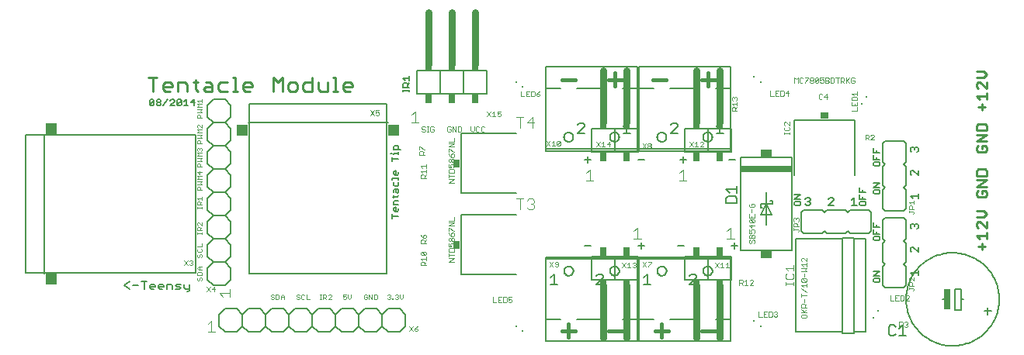
<source format=gto>
G75*
%MOIN*%
%OFA0B0*%
%FSLAX24Y24*%
%IPPOS*%
%LPD*%
%AMOC8*
5,1,8,0,0,1.08239X$1,22.5*
%
%ADD10C,0.0090*%
%ADD11C,0.0050*%
%ADD12C,0.0020*%
%ADD13C,0.0070*%
%ADD14C,0.0110*%
%ADD15C,0.0040*%
%ADD16C,0.0150*%
%ADD17C,0.0080*%
%ADD18C,0.0060*%
%ADD19R,0.0250X0.0900*%
%ADD20R,0.2200X0.0300*%
%ADD21R,0.0500X0.0350*%
%ADD22C,0.0098*%
%ADD23R,0.0079X0.0079*%
%ADD24R,0.0300X0.0340*%
%ADD25R,0.0450X0.0502*%
%ADD26R,0.0450X0.0492*%
%ADD27R,0.0502X0.0450*%
%ADD28R,0.0492X0.0450*%
%ADD29C,0.0300*%
%ADD30R,0.0300X0.0200*%
%ADD31R,0.0300X0.0400*%
%ADD32R,0.0340X0.0300*%
D10*
X041067Y004565D02*
X041340Y004565D01*
X041204Y004428D02*
X041204Y004702D01*
X041135Y004889D02*
X040998Y005026D01*
X041409Y005026D01*
X041409Y005162D02*
X041409Y004889D01*
X041409Y005349D02*
X041135Y005623D01*
X041067Y005623D01*
X040998Y005554D01*
X040998Y005418D01*
X041067Y005349D01*
X041409Y005349D02*
X041409Y005623D01*
X041272Y005810D02*
X041409Y005946D01*
X041272Y006083D01*
X040998Y006083D01*
X040998Y005810D02*
X041272Y005810D01*
X041340Y006678D02*
X041067Y006678D01*
X040998Y006747D01*
X040998Y006884D01*
X041067Y006952D01*
X041204Y006952D02*
X041204Y006815D01*
X041204Y006952D02*
X041340Y006952D01*
X041409Y006884D01*
X041409Y006747D01*
X041340Y006678D01*
X041409Y007139D02*
X040998Y007139D01*
X041409Y007412D01*
X040998Y007412D01*
X040998Y007599D02*
X040998Y007804D01*
X041067Y007873D01*
X041340Y007873D01*
X041409Y007804D01*
X041409Y007599D01*
X040998Y007599D01*
X041067Y008628D02*
X041340Y008628D01*
X041409Y008697D01*
X041409Y008834D01*
X041340Y008902D01*
X041204Y008902D01*
X041204Y008765D01*
X041067Y008628D02*
X040998Y008697D01*
X040998Y008834D01*
X041067Y008902D01*
X040998Y009089D02*
X041409Y009362D01*
X040998Y009362D01*
X040998Y009089D02*
X041409Y009089D01*
X041409Y009549D02*
X040998Y009549D01*
X040998Y009754D01*
X041067Y009823D01*
X041340Y009823D01*
X041409Y009754D01*
X041409Y009549D01*
X041204Y010428D02*
X041204Y010702D01*
X041067Y010565D02*
X041340Y010565D01*
X041409Y010889D02*
X041409Y011162D01*
X041409Y011026D02*
X040998Y011026D01*
X041135Y010889D01*
X041067Y011349D02*
X040998Y011418D01*
X040998Y011554D01*
X041067Y011623D01*
X041135Y011623D01*
X041409Y011349D01*
X041409Y011623D01*
X041272Y011810D02*
X041409Y011946D01*
X041272Y012083D01*
X040998Y012083D01*
X040998Y011810D02*
X041272Y011810D01*
D11*
X038422Y008835D02*
X038365Y008835D01*
X038309Y008778D01*
X038309Y008722D01*
X038309Y008778D02*
X038252Y008835D01*
X038195Y008835D01*
X038138Y008778D01*
X038138Y008665D01*
X038195Y008608D01*
X038422Y008608D02*
X038479Y008665D01*
X038479Y008778D01*
X038422Y008835D01*
X036829Y008598D02*
X036559Y008598D01*
X036559Y008778D01*
X036694Y008688D02*
X036694Y008598D01*
X036559Y008483D02*
X036559Y008303D01*
X036829Y008303D01*
X036784Y008188D02*
X036604Y008188D01*
X036559Y008143D01*
X036559Y008053D01*
X036604Y008008D01*
X036784Y008008D01*
X036829Y008053D01*
X036829Y008143D01*
X036784Y008188D01*
X036694Y008303D02*
X036694Y008393D01*
X038138Y007778D02*
X038138Y007665D01*
X038195Y007608D01*
X038138Y007778D02*
X038195Y007835D01*
X038252Y007835D01*
X038479Y007608D01*
X038479Y007835D01*
X036829Y007283D02*
X036559Y007283D01*
X036559Y007103D02*
X036829Y007283D01*
X036829Y007103D02*
X036559Y007103D01*
X036604Y006988D02*
X036559Y006943D01*
X036559Y006853D01*
X036604Y006808D01*
X036784Y006808D01*
X036829Y006853D01*
X036829Y006943D01*
X036784Y006988D01*
X036604Y006988D01*
X036229Y006898D02*
X035959Y006898D01*
X035959Y007078D01*
X036094Y006988D02*
X036094Y006898D01*
X035959Y006783D02*
X035959Y006603D01*
X036229Y006603D01*
X036184Y006488D02*
X036004Y006488D01*
X035959Y006443D01*
X035959Y006353D01*
X036004Y006308D01*
X036184Y006308D01*
X036229Y006353D01*
X036229Y006443D01*
X036184Y006488D01*
X036094Y006603D02*
X036094Y006693D01*
X035733Y006659D02*
X035620Y006545D01*
X035733Y006659D02*
X035733Y006318D01*
X035620Y006318D02*
X035847Y006318D01*
X034847Y006318D02*
X034620Y006318D01*
X034847Y006545D01*
X034847Y006602D01*
X034790Y006659D01*
X034676Y006659D01*
X034620Y006602D01*
X033847Y006602D02*
X033847Y006545D01*
X033790Y006488D01*
X033847Y006432D01*
X033847Y006375D01*
X033790Y006318D01*
X033676Y006318D01*
X033620Y006375D01*
X033733Y006488D02*
X033790Y006488D01*
X033847Y006602D02*
X033790Y006659D01*
X033676Y006659D01*
X033620Y006602D01*
X033429Y006603D02*
X033159Y006603D01*
X033429Y006783D01*
X033159Y006783D01*
X033204Y006488D02*
X033159Y006443D01*
X033159Y006353D01*
X033204Y006308D01*
X033384Y006308D01*
X033429Y006353D01*
X033429Y006443D01*
X033384Y006488D01*
X033204Y006488D01*
X030679Y006408D02*
X030679Y006634D01*
X030604Y006709D01*
X030303Y006709D01*
X030228Y006634D01*
X030228Y006408D01*
X030679Y006408D01*
X030679Y006869D02*
X030679Y007169D01*
X030679Y007019D02*
X030228Y007019D01*
X030379Y006869D01*
X035204Y004933D02*
X035704Y004933D01*
X035704Y004883D01*
X036204Y004883D01*
X036204Y000883D01*
X035704Y000883D01*
X035704Y004883D01*
X035204Y004883D02*
X035204Y004933D01*
X035204Y004883D02*
X033204Y004883D01*
X033204Y000883D01*
X035204Y000883D01*
X035204Y000833D01*
X035704Y000833D01*
X035704Y000883D01*
X035204Y000883D02*
X035204Y004883D01*
X036559Y004853D02*
X036604Y004808D01*
X036784Y004808D01*
X036829Y004853D01*
X036829Y004943D01*
X036784Y004988D01*
X036604Y004988D01*
X036559Y004943D01*
X036559Y004853D01*
X036559Y005103D02*
X036559Y005283D01*
X036559Y005398D02*
X036559Y005578D01*
X036694Y005488D02*
X036694Y005398D01*
X036829Y005398D02*
X036559Y005398D01*
X036694Y005193D02*
X036694Y005103D01*
X036829Y005103D02*
X036559Y005103D01*
X038138Y005365D02*
X038195Y005308D01*
X038138Y005365D02*
X038138Y005478D01*
X038195Y005535D01*
X038252Y005535D01*
X038309Y005478D01*
X038365Y005535D01*
X038422Y005535D01*
X038479Y005478D01*
X038479Y005365D01*
X038422Y005308D01*
X038309Y005422D02*
X038309Y005478D01*
X038252Y004535D02*
X038195Y004535D01*
X038138Y004478D01*
X038138Y004365D01*
X038195Y004308D01*
X038252Y004535D02*
X038479Y004308D01*
X038479Y004535D01*
X038479Y003535D02*
X038479Y003308D01*
X038479Y003422D02*
X038138Y003422D01*
X038252Y003308D01*
X036829Y003303D02*
X036559Y003303D01*
X036829Y003483D01*
X036559Y003483D01*
X036604Y003188D02*
X036559Y003143D01*
X036559Y003053D01*
X036604Y003008D01*
X036784Y003008D01*
X036829Y003053D01*
X036829Y003143D01*
X036784Y003188D01*
X036604Y003188D01*
X037283Y001179D02*
X037208Y001104D01*
X037208Y000803D01*
X037283Y000728D01*
X037433Y000728D01*
X037508Y000803D01*
X037668Y000728D02*
X037969Y000728D01*
X037819Y000728D02*
X037819Y001179D01*
X037668Y001029D01*
X037508Y001104D02*
X037433Y001179D01*
X037283Y001179D01*
X028945Y002908D02*
X028645Y002908D01*
X028945Y003209D01*
X028945Y003284D01*
X028870Y003359D01*
X028720Y003359D01*
X028645Y003284D01*
X026995Y002908D02*
X026695Y002908D01*
X026845Y002908D02*
X026845Y003359D01*
X026695Y003209D01*
X024945Y003209D02*
X024945Y003284D01*
X024870Y003359D01*
X024720Y003359D01*
X024645Y003284D01*
X024945Y003209D02*
X024645Y002908D01*
X024945Y002908D01*
X022995Y002908D02*
X022695Y002908D01*
X022845Y002908D02*
X022845Y003359D01*
X022695Y003209D01*
X015879Y005767D02*
X015879Y005947D01*
X015879Y005857D02*
X016149Y005857D01*
X016104Y006062D02*
X016014Y006062D01*
X015969Y006107D01*
X015969Y006197D01*
X016014Y006242D01*
X016059Y006242D01*
X016059Y006062D01*
X016104Y006062D02*
X016149Y006107D01*
X016149Y006197D01*
X016149Y006356D02*
X015969Y006356D01*
X015969Y006492D01*
X016014Y006537D01*
X016149Y006537D01*
X016104Y006696D02*
X015924Y006696D01*
X015969Y006651D02*
X015969Y006741D01*
X016104Y006696D02*
X016149Y006741D01*
X016104Y006848D02*
X016059Y006893D01*
X016059Y007028D01*
X016014Y007028D02*
X016149Y007028D01*
X016149Y006893D01*
X016104Y006848D01*
X015969Y006893D02*
X015969Y006983D01*
X016014Y007028D01*
X016014Y007142D02*
X016104Y007142D01*
X016149Y007187D01*
X016149Y007322D01*
X016149Y007437D02*
X016149Y007527D01*
X016149Y007482D02*
X015879Y007482D01*
X015879Y007437D01*
X015969Y007322D02*
X015969Y007187D01*
X016014Y007142D01*
X016014Y007633D02*
X015969Y007678D01*
X015969Y007768D01*
X016014Y007813D01*
X016059Y007813D01*
X016059Y007633D01*
X016104Y007633D02*
X016014Y007633D01*
X016104Y007633D02*
X016149Y007678D01*
X016149Y007768D01*
X015879Y008223D02*
X015879Y008403D01*
X015879Y008313D02*
X016149Y008313D01*
X016149Y008517D02*
X016149Y008607D01*
X016149Y008562D02*
X015969Y008562D01*
X015969Y008517D01*
X015879Y008562D02*
X015834Y008562D01*
X015969Y008714D02*
X015969Y008849D01*
X016014Y008894D01*
X016104Y008894D01*
X016149Y008849D01*
X016149Y008714D01*
X016239Y008714D02*
X015969Y008714D01*
X015704Y009883D02*
X009704Y009883D01*
X007382Y010608D02*
X007382Y010879D01*
X007247Y010743D01*
X007427Y010743D01*
X007132Y010608D02*
X006952Y010608D01*
X007042Y010608D02*
X007042Y010879D01*
X006952Y010788D01*
X006838Y010834D02*
X006657Y010653D01*
X006702Y010608D01*
X006793Y010608D01*
X006838Y010653D01*
X006838Y010834D01*
X006793Y010879D01*
X006702Y010879D01*
X006657Y010834D01*
X006657Y010653D01*
X006543Y010608D02*
X006363Y010608D01*
X006543Y010788D01*
X006543Y010834D01*
X006498Y010879D01*
X006408Y010879D01*
X006363Y010834D01*
X006248Y010879D02*
X006068Y010608D01*
X005954Y010653D02*
X005909Y010608D01*
X005818Y010608D01*
X005773Y010653D01*
X005773Y010698D01*
X005818Y010743D01*
X005909Y010743D01*
X005954Y010698D01*
X005954Y010653D01*
X005909Y010743D02*
X005954Y010788D01*
X005954Y010834D01*
X005909Y010879D01*
X005818Y010879D01*
X005773Y010834D01*
X005773Y010788D01*
X005818Y010743D01*
X005659Y010653D02*
X005659Y010834D01*
X005479Y010653D01*
X005524Y010608D01*
X005614Y010608D01*
X005659Y010653D01*
X005479Y010653D02*
X005479Y010834D01*
X005524Y010879D01*
X005614Y010879D01*
X005659Y010834D01*
X000954Y009383D02*
X000954Y003383D01*
X016359Y011208D02*
X016359Y011298D01*
X016359Y011253D02*
X016629Y011253D01*
X016629Y011208D02*
X016629Y011298D01*
X016629Y011405D02*
X016359Y011405D01*
X016359Y011540D01*
X016404Y011585D01*
X016494Y011585D01*
X016539Y011540D01*
X016539Y011405D01*
X016539Y011495D02*
X016629Y011585D01*
X016629Y011699D02*
X016629Y011880D01*
X016629Y011789D02*
X016359Y011789D01*
X016449Y011699D01*
X023853Y009784D02*
X023928Y009859D01*
X024078Y009859D01*
X024153Y009784D01*
X024153Y009709D01*
X023853Y009408D01*
X024153Y009408D01*
X025803Y009408D02*
X026103Y009408D01*
X025953Y009408D02*
X025953Y009859D01*
X025803Y009709D01*
X027853Y009784D02*
X027928Y009859D01*
X028078Y009859D01*
X028153Y009784D01*
X028153Y009709D01*
X027853Y009408D01*
X028153Y009408D01*
X029803Y009408D02*
X030103Y009408D01*
X029953Y009408D02*
X029953Y009859D01*
X029803Y009709D01*
X038138Y006722D02*
X038479Y006722D01*
X038479Y006835D02*
X038479Y006608D01*
X038252Y006608D02*
X038138Y006722D01*
D12*
X038294Y006532D02*
X038294Y006385D01*
X038294Y006459D02*
X038074Y006459D01*
X038147Y006385D01*
X038184Y006311D02*
X038220Y006274D01*
X038220Y006164D01*
X038294Y006164D02*
X038074Y006164D01*
X038074Y006274D01*
X038110Y006311D01*
X038184Y006311D01*
X038074Y006090D02*
X038074Y006017D01*
X038074Y006053D02*
X038257Y006053D01*
X038294Y006017D01*
X038294Y005980D01*
X038257Y005943D01*
X033344Y005745D02*
X033344Y005672D01*
X033307Y005635D01*
X033234Y005709D02*
X033234Y005745D01*
X033270Y005782D01*
X033307Y005782D01*
X033344Y005745D01*
X033234Y005745D02*
X033197Y005782D01*
X033160Y005782D01*
X033124Y005745D01*
X033124Y005672D01*
X033160Y005635D01*
X033160Y005561D02*
X033234Y005561D01*
X033270Y005524D01*
X033270Y005414D01*
X033344Y005414D02*
X033124Y005414D01*
X033124Y005524D01*
X033160Y005561D01*
X033124Y005340D02*
X033124Y005267D01*
X033124Y005303D02*
X033307Y005303D01*
X033344Y005267D01*
X033344Y005230D01*
X033307Y005193D01*
X031444Y005172D02*
X031407Y005135D01*
X031444Y005172D02*
X031444Y005245D01*
X031407Y005282D01*
X031334Y005282D01*
X031297Y005245D01*
X031297Y005209D01*
X031334Y005135D01*
X031224Y005135D01*
X031224Y005282D01*
X031334Y005356D02*
X031334Y005503D01*
X031407Y005577D02*
X031260Y005724D01*
X031407Y005724D01*
X031444Y005687D01*
X031444Y005614D01*
X031407Y005577D01*
X031260Y005577D01*
X031224Y005614D01*
X031224Y005687D01*
X031260Y005724D01*
X031224Y005798D02*
X031444Y005798D01*
X031444Y005945D01*
X031334Y005872D02*
X031334Y005798D01*
X031224Y005798D02*
X031224Y005945D01*
X031334Y006019D02*
X031334Y006166D01*
X031407Y006240D02*
X031444Y006277D01*
X031444Y006350D01*
X031407Y006387D01*
X031334Y006387D01*
X031334Y006314D01*
X031260Y006387D02*
X031224Y006350D01*
X031224Y006277D01*
X031260Y006240D01*
X031407Y006240D01*
X031444Y005466D02*
X031224Y005466D01*
X031334Y005356D01*
X031370Y005061D02*
X031407Y005061D01*
X031444Y005024D01*
X031444Y004914D01*
X031224Y004914D01*
X031224Y005024D01*
X031260Y005061D01*
X031297Y005061D01*
X031334Y005024D01*
X031334Y004914D01*
X031370Y004840D02*
X031407Y004840D01*
X031444Y004803D01*
X031444Y004730D01*
X031407Y004693D01*
X031334Y004730D02*
X031334Y004803D01*
X031370Y004840D01*
X031260Y004840D02*
X031224Y004803D01*
X031224Y004730D01*
X031260Y004693D01*
X031297Y004693D01*
X031334Y004730D01*
X031334Y005024D02*
X031370Y005061D01*
X033464Y004032D02*
X033464Y003959D01*
X033500Y003922D01*
X033464Y004032D02*
X033500Y004069D01*
X033537Y004069D01*
X033684Y003922D01*
X033684Y004069D01*
X033684Y003848D02*
X033684Y003701D01*
X033684Y003775D02*
X033464Y003775D01*
X033537Y003701D01*
X033464Y003627D02*
X033684Y003627D01*
X033610Y003554D01*
X033684Y003480D01*
X033464Y003480D01*
X033574Y003406D02*
X033574Y003259D01*
X033647Y003185D02*
X033684Y003148D01*
X033684Y003075D01*
X033647Y003038D01*
X033500Y003185D01*
X033647Y003185D01*
X033647Y003038D02*
X033500Y003038D01*
X033464Y003075D01*
X033464Y003148D01*
X033500Y003185D01*
X033684Y002964D02*
X033684Y002817D01*
X033684Y002891D02*
X033464Y002891D01*
X033537Y002817D01*
X033464Y002743D02*
X033684Y002596D01*
X033684Y002449D02*
X033464Y002449D01*
X033464Y002522D02*
X033464Y002375D01*
X033574Y002301D02*
X033574Y002154D01*
X033574Y002080D02*
X033610Y002044D01*
X033610Y001933D01*
X033684Y001933D02*
X033464Y001933D01*
X033464Y002044D01*
X033500Y002080D01*
X033574Y002080D01*
X033610Y002007D02*
X033684Y002080D01*
X033684Y001859D02*
X033574Y001749D01*
X033610Y001712D02*
X033464Y001859D01*
X033464Y001712D02*
X033684Y001712D01*
X033647Y001638D02*
X033500Y001638D01*
X033464Y001602D01*
X033464Y001528D01*
X033500Y001491D01*
X033647Y001491D01*
X033684Y001528D01*
X033684Y001602D01*
X033647Y001638D01*
X032433Y001610D02*
X032433Y001574D01*
X032396Y001537D01*
X032323Y001537D01*
X032286Y001574D01*
X032212Y001574D02*
X032212Y001721D01*
X032175Y001757D01*
X032065Y001757D01*
X032065Y001537D01*
X032175Y001537D01*
X032212Y001574D01*
X032286Y001721D02*
X032323Y001757D01*
X032396Y001757D01*
X032433Y001721D01*
X032433Y001684D01*
X032396Y001647D01*
X032433Y001610D01*
X032396Y001647D02*
X032360Y001647D01*
X031991Y001537D02*
X031844Y001537D01*
X031844Y001757D01*
X031991Y001757D01*
X031918Y001647D02*
X031844Y001647D01*
X031770Y001537D02*
X031623Y001537D01*
X031623Y001757D01*
X031390Y002903D02*
X031243Y002903D01*
X031390Y003050D01*
X031390Y003087D01*
X031353Y003124D01*
X031279Y003124D01*
X031243Y003087D01*
X031095Y003124D02*
X031095Y002903D01*
X031022Y002903D02*
X031169Y002903D01*
X031022Y003050D02*
X031095Y003124D01*
X030948Y003087D02*
X030948Y003013D01*
X030911Y002977D01*
X030801Y002977D01*
X030874Y002977D02*
X030948Y002903D01*
X030801Y002903D02*
X030801Y003124D01*
X030911Y003124D01*
X030948Y003087D01*
X030353Y003643D02*
X030206Y003643D01*
X030279Y003643D02*
X030279Y003864D01*
X030206Y003790D01*
X030132Y003643D02*
X029985Y003643D01*
X030058Y003643D02*
X030058Y003864D01*
X029985Y003790D01*
X029911Y003864D02*
X029764Y003643D01*
X029911Y003643D02*
X029764Y003864D01*
X027017Y003857D02*
X026871Y003710D01*
X026871Y003673D01*
X026796Y003673D02*
X026650Y003894D01*
X026796Y003894D02*
X026650Y003673D01*
X026353Y003680D02*
X026316Y003643D01*
X026242Y003643D01*
X026206Y003680D01*
X026132Y003643D02*
X025985Y003643D01*
X026058Y003643D02*
X026058Y003864D01*
X025985Y003790D01*
X025911Y003864D02*
X025764Y003643D01*
X025911Y003643D02*
X025764Y003864D01*
X026206Y003827D02*
X026242Y003864D01*
X026316Y003864D01*
X026353Y003827D01*
X026353Y003790D01*
X026316Y003753D01*
X026353Y003717D01*
X026353Y003680D01*
X026316Y003753D02*
X026279Y003753D01*
X026871Y003894D02*
X027017Y003894D01*
X027017Y003857D01*
X023017Y003857D02*
X023017Y003710D01*
X022981Y003673D01*
X022907Y003673D01*
X022871Y003710D01*
X022907Y003783D02*
X023017Y003783D01*
X023017Y003857D02*
X022981Y003894D01*
X022907Y003894D01*
X022871Y003857D01*
X022871Y003820D01*
X022907Y003783D01*
X022796Y003673D02*
X022650Y003894D01*
X022796Y003894D02*
X022650Y003673D01*
X021030Y002380D02*
X020883Y002380D01*
X020883Y002270D01*
X020957Y002306D01*
X020993Y002306D01*
X021030Y002270D01*
X021030Y002196D01*
X020993Y002160D01*
X020920Y002160D01*
X020883Y002196D01*
X020809Y002196D02*
X020809Y002343D01*
X020772Y002380D01*
X020662Y002380D01*
X020662Y002160D01*
X020772Y002160D01*
X020809Y002196D01*
X020588Y002160D02*
X020441Y002160D01*
X020441Y002380D01*
X020588Y002380D01*
X020515Y002270D02*
X020441Y002270D01*
X020367Y002160D02*
X020220Y002160D01*
X020220Y002380D01*
X017002Y001134D02*
X016928Y001097D01*
X016855Y001023D01*
X016965Y001023D01*
X017002Y000987D01*
X017002Y000950D01*
X016965Y000913D01*
X016891Y000913D01*
X016855Y000950D01*
X016855Y001023D01*
X016781Y000913D02*
X016634Y001134D01*
X016781Y001134D02*
X016634Y000913D01*
X017124Y003743D02*
X017124Y003853D01*
X017160Y003890D01*
X017234Y003890D01*
X017270Y003853D01*
X017270Y003743D01*
X017270Y003817D02*
X017344Y003890D01*
X017344Y003964D02*
X017344Y004111D01*
X017344Y004038D02*
X017124Y004038D01*
X017197Y003964D01*
X017124Y003743D02*
X017344Y003743D01*
X018324Y003893D02*
X018544Y004040D01*
X018324Y004040D01*
X018324Y004114D02*
X018324Y004261D01*
X018324Y004188D02*
X018544Y004188D01*
X018544Y004335D02*
X018544Y004445D01*
X018507Y004482D01*
X018360Y004482D01*
X018324Y004445D01*
X018324Y004335D01*
X018544Y004335D01*
X018507Y004556D02*
X018544Y004593D01*
X018544Y004666D01*
X018507Y004703D01*
X018434Y004703D01*
X018397Y004666D01*
X018397Y004630D01*
X018434Y004556D01*
X018324Y004556D01*
X018324Y004703D01*
X018360Y004777D02*
X018397Y004777D01*
X018434Y004814D01*
X018434Y004887D01*
X018470Y004924D01*
X018507Y004924D01*
X018544Y004887D01*
X018544Y004814D01*
X018507Y004777D01*
X018470Y004777D01*
X018434Y004814D01*
X018434Y004887D02*
X018397Y004924D01*
X018360Y004924D01*
X018324Y004887D01*
X018324Y004814D01*
X018360Y004777D01*
X018434Y004998D02*
X018434Y005108D01*
X018470Y005145D01*
X018507Y005145D01*
X018544Y005108D01*
X018544Y005035D01*
X018507Y004998D01*
X018434Y004998D01*
X018360Y005072D01*
X018324Y005145D01*
X018324Y005219D02*
X018324Y005366D01*
X018360Y005366D01*
X018507Y005219D01*
X018544Y005219D01*
X018544Y005440D02*
X018324Y005440D01*
X018544Y005587D01*
X018324Y005587D01*
X018324Y005661D02*
X018544Y005661D01*
X018544Y005808D01*
X017344Y005024D02*
X017307Y005061D01*
X017270Y005061D01*
X017234Y005024D01*
X017234Y004914D01*
X017307Y004914D01*
X017344Y004951D01*
X017344Y005024D01*
X017234Y004914D02*
X017160Y004988D01*
X017124Y005061D01*
X017160Y004840D02*
X017234Y004840D01*
X017270Y004803D01*
X017270Y004693D01*
X017270Y004767D02*
X017344Y004840D01*
X017344Y004693D02*
X017124Y004693D01*
X017124Y004803D01*
X017160Y004840D01*
X017160Y004332D02*
X017307Y004185D01*
X017344Y004222D01*
X017344Y004295D01*
X017307Y004332D01*
X017160Y004332D01*
X017124Y004295D01*
X017124Y004222D01*
X017160Y004185D01*
X017307Y004185D01*
X018324Y003893D02*
X018544Y003893D01*
X018544Y007293D02*
X018324Y007293D01*
X018544Y007440D01*
X018324Y007440D01*
X018324Y007514D02*
X018324Y007661D01*
X018324Y007588D02*
X018544Y007588D01*
X018544Y007735D02*
X018544Y007845D01*
X018507Y007882D01*
X018360Y007882D01*
X018324Y007845D01*
X018324Y007735D01*
X018544Y007735D01*
X018507Y007956D02*
X018544Y007993D01*
X018544Y008066D01*
X018507Y008103D01*
X018434Y008103D01*
X018397Y008066D01*
X018397Y008030D01*
X018434Y007956D01*
X018324Y007956D01*
X018324Y008103D01*
X018360Y008177D02*
X018397Y008177D01*
X018434Y008214D01*
X018434Y008287D01*
X018470Y008324D01*
X018507Y008324D01*
X018544Y008287D01*
X018544Y008214D01*
X018507Y008177D01*
X018470Y008177D01*
X018434Y008214D01*
X018434Y008287D02*
X018397Y008324D01*
X018360Y008324D01*
X018324Y008287D01*
X018324Y008214D01*
X018360Y008177D01*
X018434Y008398D02*
X018434Y008508D01*
X018470Y008545D01*
X018507Y008545D01*
X018544Y008508D01*
X018544Y008435D01*
X018507Y008398D01*
X018434Y008398D01*
X018360Y008472D01*
X018324Y008545D01*
X018324Y008619D02*
X018324Y008766D01*
X018360Y008766D01*
X018507Y008619D01*
X018544Y008619D01*
X018544Y008840D02*
X018324Y008840D01*
X018544Y008987D01*
X018324Y008987D01*
X018324Y009061D02*
X018544Y009061D01*
X018544Y009208D01*
X018485Y009493D02*
X018485Y009714D01*
X018632Y009493D01*
X018632Y009714D01*
X018632Y009493D01*
X018485Y009714D01*
X018485Y009493D01*
X018411Y009530D02*
X018374Y009493D01*
X018300Y009493D01*
X018264Y009530D01*
X018264Y009677D01*
X018300Y009714D01*
X018374Y009714D01*
X018411Y009677D01*
X018374Y009714D01*
X018300Y009714D01*
X018264Y009677D01*
X018264Y009530D01*
X018300Y009493D01*
X018374Y009493D01*
X018411Y009530D01*
X018411Y009603D01*
X018337Y009603D01*
X018411Y009603D01*
X018411Y009530D01*
X018706Y009493D02*
X018816Y009493D01*
X018853Y009530D01*
X018853Y009677D01*
X018816Y009714D01*
X018706Y009714D01*
X018706Y009493D01*
X018816Y009493D01*
X018853Y009530D01*
X018853Y009677D01*
X018816Y009714D01*
X018706Y009714D01*
X018706Y009493D01*
X019264Y009567D02*
X019337Y009493D01*
X019411Y009567D01*
X019411Y009714D01*
X019485Y009677D02*
X019485Y009530D01*
X019521Y009493D01*
X019595Y009493D01*
X019632Y009530D01*
X019706Y009530D02*
X019742Y009493D01*
X019816Y009493D01*
X019853Y009530D01*
X019853Y009677D02*
X019816Y009714D01*
X019742Y009714D01*
X019706Y009677D01*
X019706Y009530D01*
X019632Y009677D02*
X019595Y009714D01*
X019521Y009714D01*
X019485Y009677D01*
X019264Y009714D02*
X019264Y009567D01*
X019964Y010143D02*
X020111Y010364D01*
X020185Y010290D02*
X020258Y010364D01*
X020258Y010143D01*
X020185Y010143D02*
X020332Y010143D01*
X020406Y010180D02*
X020442Y010143D01*
X020516Y010143D01*
X020553Y010180D01*
X020553Y010253D01*
X020516Y010290D01*
X020479Y010290D01*
X020406Y010253D01*
X020406Y010364D01*
X020553Y010364D01*
X020111Y010143D02*
X019964Y010364D01*
X021420Y011010D02*
X021567Y011010D01*
X021641Y011010D02*
X021788Y011010D01*
X021862Y011010D02*
X021972Y011010D01*
X022009Y011046D01*
X022009Y011193D01*
X021972Y011230D01*
X021862Y011230D01*
X021862Y011010D01*
X021715Y011120D02*
X021641Y011120D01*
X021641Y011230D02*
X021641Y011010D01*
X021420Y011010D02*
X021420Y011230D01*
X021641Y011230D02*
X021788Y011230D01*
X022083Y011120D02*
X022193Y011120D01*
X022230Y011083D01*
X022230Y011046D01*
X022193Y011010D01*
X022120Y011010D01*
X022083Y011046D01*
X022083Y011120D01*
X022157Y011193D01*
X022230Y011230D01*
X017679Y009677D02*
X017642Y009714D01*
X017569Y009714D01*
X017532Y009677D01*
X017532Y009530D01*
X017569Y009493D01*
X017642Y009493D01*
X017679Y009530D01*
X017679Y009603D01*
X017605Y009603D01*
X017458Y009493D02*
X017385Y009493D01*
X017421Y009493D02*
X017421Y009714D01*
X017385Y009714D02*
X017458Y009714D01*
X017311Y009677D02*
X017274Y009714D01*
X017200Y009714D01*
X017164Y009677D01*
X017164Y009640D01*
X017200Y009603D01*
X017274Y009603D01*
X017311Y009567D01*
X017311Y009530D01*
X017274Y009493D01*
X017200Y009493D01*
X017164Y009530D01*
X015332Y010230D02*
X015295Y010193D01*
X015221Y010193D01*
X015185Y010230D01*
X015185Y010303D02*
X015258Y010340D01*
X015295Y010340D01*
X015332Y010303D01*
X015332Y010230D01*
X015185Y010303D02*
X015185Y010414D01*
X015332Y010414D01*
X015111Y010414D02*
X014964Y010193D01*
X015111Y010193D02*
X014964Y010414D01*
X017064Y008869D02*
X017100Y008869D01*
X017247Y008722D01*
X017284Y008722D01*
X017284Y008648D02*
X017210Y008575D01*
X017210Y008611D02*
X017210Y008501D01*
X017284Y008501D02*
X017064Y008501D01*
X017064Y008611D01*
X017100Y008648D01*
X017174Y008648D01*
X017210Y008611D01*
X017064Y008722D02*
X017064Y008869D01*
X017344Y008082D02*
X017344Y007935D01*
X017344Y008009D02*
X017124Y008009D01*
X017197Y007935D01*
X017344Y007861D02*
X017344Y007714D01*
X017344Y007788D02*
X017124Y007788D01*
X017197Y007714D01*
X017234Y007640D02*
X017270Y007603D01*
X017270Y007493D01*
X017270Y007567D02*
X017344Y007640D01*
X017234Y007640D02*
X017160Y007640D01*
X017124Y007603D01*
X017124Y007493D01*
X017344Y007493D01*
X022515Y008873D02*
X022662Y009094D01*
X022736Y009020D02*
X022809Y009094D01*
X022809Y008873D01*
X022736Y008873D02*
X022883Y008873D01*
X022957Y008910D02*
X023104Y009057D01*
X023104Y008910D01*
X023067Y008873D01*
X022994Y008873D01*
X022957Y008910D01*
X022957Y009057D01*
X022994Y009094D01*
X023067Y009094D01*
X023104Y009057D01*
X022662Y008873D02*
X022515Y009094D01*
X024664Y009064D02*
X024811Y008843D01*
X024885Y008843D02*
X025032Y008843D01*
X024958Y008843D02*
X024958Y009064D01*
X024885Y008990D01*
X024811Y009064D02*
X024664Y008843D01*
X025106Y008953D02*
X025253Y008953D01*
X025216Y008843D02*
X025216Y009064D01*
X025106Y008953D01*
X026636Y008994D02*
X026783Y008773D01*
X026857Y008810D02*
X026894Y008773D01*
X026967Y008773D01*
X027004Y008810D01*
X027004Y008847D01*
X026967Y008883D01*
X026894Y008883D01*
X026857Y008920D01*
X026857Y008957D01*
X026894Y008994D01*
X026967Y008994D01*
X027004Y008957D01*
X027004Y008920D01*
X026967Y008883D01*
X026894Y008883D02*
X026857Y008847D01*
X026857Y008810D01*
X026783Y008994D02*
X026636Y008773D01*
X028664Y008843D02*
X028811Y009064D01*
X028885Y008990D02*
X028958Y009064D01*
X028958Y008843D01*
X028885Y008843D02*
X029032Y008843D01*
X029106Y008843D02*
X029253Y008990D01*
X029253Y009027D01*
X029216Y009064D01*
X029142Y009064D01*
X029106Y009027D01*
X029106Y008843D02*
X029253Y008843D01*
X028811Y008843D02*
X028664Y009064D01*
X030474Y010393D02*
X030474Y010503D01*
X030510Y010540D01*
X030584Y010540D01*
X030620Y010503D01*
X030620Y010393D01*
X030620Y010467D02*
X030694Y010540D01*
X030694Y010614D02*
X030694Y010761D01*
X030694Y010688D02*
X030474Y010688D01*
X030547Y010614D01*
X030510Y010835D02*
X030474Y010872D01*
X030474Y010945D01*
X030510Y010982D01*
X030547Y010982D01*
X030584Y010945D01*
X030620Y010982D01*
X030657Y010982D01*
X030694Y010945D01*
X030694Y010872D01*
X030657Y010835D01*
X030584Y010909D02*
X030584Y010945D01*
X030694Y010393D02*
X030474Y010393D01*
X032123Y011037D02*
X032270Y011037D01*
X032344Y011037D02*
X032491Y011037D01*
X032565Y011037D02*
X032675Y011037D01*
X032712Y011074D01*
X032712Y011221D01*
X032675Y011257D01*
X032565Y011257D01*
X032565Y011037D01*
X032418Y011147D02*
X032344Y011147D01*
X032344Y011257D02*
X032344Y011037D01*
X032344Y011257D02*
X032491Y011257D01*
X032786Y011147D02*
X032933Y011147D01*
X032896Y011037D02*
X032896Y011257D01*
X032786Y011147D01*
X032123Y011257D02*
X032123Y011037D01*
X033164Y011593D02*
X033164Y011814D01*
X033237Y011740D01*
X033311Y011814D01*
X033311Y011593D01*
X033385Y011630D02*
X033421Y011593D01*
X033495Y011593D01*
X033532Y011630D01*
X033606Y011630D02*
X033606Y011593D01*
X033606Y011630D02*
X033753Y011777D01*
X033753Y011814D01*
X033606Y011814D01*
X033532Y011777D02*
X033495Y011814D01*
X033421Y011814D01*
X033385Y011777D01*
X033385Y011630D01*
X033827Y011630D02*
X033863Y011593D01*
X033937Y011593D01*
X033974Y011630D01*
X033974Y011667D01*
X033937Y011703D01*
X033863Y011703D01*
X033827Y011740D01*
X033827Y011777D01*
X033863Y011814D01*
X033937Y011814D01*
X033974Y011777D01*
X033974Y011740D01*
X033937Y011703D01*
X033863Y011703D02*
X033827Y011667D01*
X033827Y011630D01*
X034048Y011630D02*
X034195Y011777D01*
X034195Y011630D01*
X034158Y011593D01*
X034084Y011593D01*
X034048Y011630D01*
X034048Y011777D01*
X034084Y011814D01*
X034158Y011814D01*
X034195Y011777D01*
X034269Y011814D02*
X034269Y011703D01*
X034342Y011740D01*
X034379Y011740D01*
X034416Y011703D01*
X034416Y011630D01*
X034379Y011593D01*
X034305Y011593D01*
X034269Y011630D01*
X034269Y011814D02*
X034416Y011814D01*
X034490Y011814D02*
X034600Y011814D01*
X034636Y011777D01*
X034636Y011740D01*
X034600Y011703D01*
X034490Y011703D01*
X034490Y011593D02*
X034600Y011593D01*
X034636Y011630D01*
X034636Y011667D01*
X034600Y011703D01*
X034490Y011593D02*
X034490Y011814D01*
X034711Y011814D02*
X034821Y011814D01*
X034857Y011777D01*
X034857Y011630D01*
X034821Y011593D01*
X034711Y011593D01*
X034711Y011814D01*
X034932Y011814D02*
X035078Y011814D01*
X035005Y011814D02*
X035005Y011593D01*
X035153Y011593D02*
X035153Y011814D01*
X035263Y011814D01*
X035299Y011777D01*
X035299Y011703D01*
X035263Y011667D01*
X035153Y011667D01*
X035226Y011667D02*
X035299Y011593D01*
X035374Y011593D02*
X035374Y011814D01*
X035410Y011703D02*
X035520Y011593D01*
X035595Y011630D02*
X035631Y011593D01*
X035705Y011593D01*
X035741Y011630D01*
X035741Y011703D01*
X035668Y011703D01*
X035595Y011777D02*
X035595Y011630D01*
X035595Y011777D02*
X035631Y011814D01*
X035705Y011814D01*
X035741Y011777D01*
X035520Y011814D02*
X035374Y011667D01*
X035850Y011213D02*
X035850Y011066D01*
X035850Y011139D02*
X035630Y011139D01*
X035703Y011066D01*
X035667Y010992D02*
X035630Y010955D01*
X035630Y010845D01*
X035850Y010845D01*
X035850Y010955D01*
X035813Y010992D01*
X035667Y010992D01*
X035630Y010771D02*
X035630Y010624D01*
X035850Y010624D01*
X035850Y010771D01*
X035740Y010697D02*
X035740Y010624D01*
X035850Y010550D02*
X035850Y010403D01*
X035630Y010403D01*
X034545Y010893D02*
X034545Y011114D01*
X034435Y011003D01*
X034582Y011003D01*
X034361Y010930D02*
X034324Y010893D01*
X034250Y010893D01*
X034214Y010930D01*
X034214Y011077D01*
X034250Y011114D01*
X034324Y011114D01*
X034361Y011077D01*
X032944Y009908D02*
X032944Y009762D01*
X032797Y009908D01*
X032760Y009908D01*
X032724Y009872D01*
X032724Y009798D01*
X032760Y009762D01*
X032760Y009687D02*
X032724Y009651D01*
X032724Y009577D01*
X032760Y009541D01*
X032907Y009541D01*
X032944Y009577D01*
X032944Y009651D01*
X032907Y009687D01*
X032944Y009467D02*
X032944Y009393D01*
X032944Y009430D02*
X032724Y009430D01*
X032724Y009393D02*
X032724Y009467D01*
X036214Y009364D02*
X036214Y009143D01*
X036214Y009217D02*
X036324Y009217D01*
X036361Y009253D01*
X036361Y009327D01*
X036324Y009364D01*
X036214Y009364D01*
X036287Y009217D02*
X036361Y009143D01*
X036435Y009143D02*
X036582Y009290D01*
X036582Y009327D01*
X036545Y009364D01*
X036471Y009364D01*
X036435Y009327D01*
X036435Y009143D02*
X036582Y009143D01*
X038110Y003232D02*
X038074Y003195D01*
X038074Y003122D01*
X038110Y003085D01*
X038110Y003011D02*
X038184Y003011D01*
X038220Y002974D01*
X038220Y002864D01*
X038294Y002864D02*
X038074Y002864D01*
X038074Y002974D01*
X038110Y003011D01*
X038294Y003085D02*
X038147Y003232D01*
X038110Y003232D01*
X038294Y003232D02*
X038294Y003085D01*
X038257Y002753D02*
X038074Y002753D01*
X038074Y002717D02*
X038074Y002790D01*
X038257Y002753D02*
X038294Y002717D01*
X038294Y002680D01*
X038257Y002643D01*
X038046Y002457D02*
X037973Y002457D01*
X037936Y002421D01*
X037862Y002421D02*
X037825Y002457D01*
X037715Y002457D01*
X037715Y002237D01*
X037825Y002237D01*
X037862Y002274D01*
X037862Y002421D01*
X038046Y002457D02*
X038083Y002421D01*
X038083Y002384D01*
X037936Y002237D01*
X038083Y002237D01*
X037641Y002237D02*
X037494Y002237D01*
X037494Y002457D01*
X037641Y002457D01*
X037568Y002347D02*
X037494Y002347D01*
X037420Y002237D02*
X037273Y002237D01*
X037273Y002457D01*
X037664Y001314D02*
X037774Y001314D01*
X037811Y001277D01*
X037811Y001203D01*
X037774Y001167D01*
X037664Y001167D01*
X037737Y001167D02*
X037811Y001093D01*
X037885Y001130D02*
X037921Y001093D01*
X037995Y001093D01*
X038032Y001130D01*
X038032Y001167D01*
X037995Y001203D01*
X037958Y001203D01*
X037995Y001203D02*
X038032Y001240D01*
X038032Y001277D01*
X037995Y001314D01*
X037921Y001314D01*
X037885Y001277D01*
X037664Y001314D02*
X037664Y001093D01*
X008302Y002723D02*
X008155Y002723D01*
X008265Y002834D01*
X008265Y002613D01*
X008081Y002613D02*
X007934Y002834D01*
X008081Y002834D02*
X007934Y002613D01*
X007295Y003743D02*
X007221Y003743D01*
X007185Y003780D01*
X007111Y003743D02*
X006964Y003964D01*
X007111Y003964D02*
X006964Y003743D01*
X007185Y003927D02*
X007221Y003964D01*
X007295Y003964D01*
X007332Y003927D01*
X007332Y003890D01*
X007295Y003853D01*
X007332Y003817D01*
X007332Y003780D01*
X007295Y003743D01*
X007295Y003853D02*
X007258Y003853D01*
D13*
X007132Y002608D02*
X007077Y002608D01*
X007132Y002608D02*
X007187Y002663D01*
X007187Y002939D01*
X006967Y002939D02*
X006967Y002773D01*
X007022Y002718D01*
X007187Y002718D01*
X006819Y002773D02*
X006764Y002828D01*
X006654Y002828D01*
X006599Y002883D01*
X006654Y002939D01*
X006819Y002939D01*
X006819Y002773D02*
X006764Y002718D01*
X006599Y002718D01*
X006451Y002718D02*
X006451Y002883D01*
X006395Y002939D01*
X006230Y002939D01*
X006230Y002718D01*
X006082Y002828D02*
X005862Y002828D01*
X005862Y002773D02*
X005862Y002883D01*
X005917Y002939D01*
X006027Y002939D01*
X006082Y002883D01*
X006082Y002828D01*
X006027Y002718D02*
X005917Y002718D01*
X005862Y002773D01*
X005714Y002828D02*
X005494Y002828D01*
X005494Y002773D02*
X005494Y002883D01*
X005549Y002939D01*
X005659Y002939D01*
X005714Y002883D01*
X005714Y002828D01*
X005659Y002718D02*
X005549Y002718D01*
X005494Y002773D01*
X005236Y002718D02*
X005236Y003049D01*
X005346Y003049D02*
X005125Y003049D01*
X004977Y002883D02*
X004757Y002883D01*
X004609Y002718D02*
X004389Y002883D01*
X004609Y003049D01*
D14*
X005606Y011238D02*
X005606Y011829D01*
X005802Y011829D02*
X005409Y011829D01*
X006053Y011534D02*
X006152Y011632D01*
X006349Y011632D01*
X006447Y011534D01*
X006447Y011435D01*
X006053Y011435D01*
X006053Y011337D02*
X006053Y011534D01*
X006053Y011337D02*
X006152Y011238D01*
X006349Y011238D01*
X006698Y011238D02*
X006698Y011632D01*
X006993Y011632D01*
X007092Y011534D01*
X007092Y011238D01*
X007441Y011337D02*
X007539Y011238D01*
X007441Y011337D02*
X007441Y011730D01*
X007539Y011632D02*
X007342Y011632D01*
X007871Y011632D02*
X008067Y011632D01*
X008166Y011534D01*
X008166Y011238D01*
X007871Y011238D01*
X007772Y011337D01*
X007871Y011435D01*
X008166Y011435D01*
X008417Y011337D02*
X008515Y011238D01*
X008810Y011238D01*
X009061Y011238D02*
X009258Y011238D01*
X009160Y011238D02*
X009160Y011829D01*
X009061Y011829D01*
X008810Y011632D02*
X008515Y011632D01*
X008417Y011534D01*
X008417Y011337D01*
X009491Y011337D02*
X009589Y011238D01*
X009786Y011238D01*
X009885Y011435D02*
X009491Y011435D01*
X009491Y011337D02*
X009491Y011534D01*
X009589Y011632D01*
X009786Y011632D01*
X009885Y011534D01*
X009885Y011435D01*
X010780Y011238D02*
X010780Y011829D01*
X010977Y011632D01*
X011174Y011829D01*
X011174Y011238D01*
X011425Y011337D02*
X011523Y011238D01*
X011720Y011238D01*
X011818Y011337D01*
X011818Y011534D01*
X011720Y011632D01*
X011523Y011632D01*
X011425Y011534D01*
X011425Y011337D01*
X012069Y011337D02*
X012168Y011238D01*
X012463Y011238D01*
X012463Y011829D01*
X012463Y011632D02*
X012168Y011632D01*
X012069Y011534D01*
X012069Y011337D01*
X012714Y011337D02*
X012714Y011632D01*
X013107Y011632D02*
X013107Y011238D01*
X012812Y011238D01*
X012714Y011337D01*
X013358Y011238D02*
X013555Y011238D01*
X013457Y011238D02*
X013457Y011829D01*
X013358Y011829D01*
X013788Y011534D02*
X013886Y011632D01*
X014083Y011632D01*
X014182Y011534D01*
X014182Y011435D01*
X013788Y011435D01*
X013788Y011337D02*
X013788Y011534D01*
X013788Y011337D02*
X013886Y011238D01*
X014083Y011238D01*
D15*
X016724Y010210D02*
X016877Y010364D01*
X016877Y009903D01*
X016724Y009903D02*
X017031Y009903D01*
X021224Y010114D02*
X021531Y010114D01*
X021377Y010114D02*
X021377Y009653D01*
X021914Y009653D02*
X021914Y010114D01*
X021684Y009884D01*
X021991Y009884D01*
X024224Y007710D02*
X024377Y007864D01*
X024377Y007403D01*
X024224Y007403D02*
X024531Y007403D01*
X021991Y006537D02*
X021991Y006460D01*
X021914Y006384D01*
X021991Y006307D01*
X021991Y006230D01*
X021914Y006153D01*
X021761Y006153D01*
X021684Y006230D01*
X021838Y006384D02*
X021914Y006384D01*
X021991Y006537D02*
X021914Y006614D01*
X021761Y006614D01*
X021684Y006537D01*
X021531Y006614D02*
X021224Y006614D01*
X021377Y006614D02*
X021377Y006153D01*
X026263Y005210D02*
X026417Y005364D01*
X026417Y004903D01*
X026570Y004903D02*
X026263Y004903D01*
X030263Y004903D02*
X030570Y004903D01*
X030417Y004903D02*
X030417Y005364D01*
X030263Y005210D01*
X033134Y003757D02*
X033134Y003517D01*
X033134Y003637D02*
X032773Y003637D01*
X032894Y003517D01*
X032834Y003389D02*
X032773Y003329D01*
X032773Y003209D01*
X032834Y003149D01*
X033074Y003149D01*
X033134Y003209D01*
X033134Y003329D01*
X033074Y003389D01*
X033134Y003023D02*
X033134Y002903D01*
X033134Y002963D02*
X032773Y002963D01*
X032773Y002903D02*
X032773Y003023D01*
X028531Y007403D02*
X028224Y007403D01*
X028377Y007403D02*
X028377Y007864D01*
X028224Y007710D01*
X016360Y002504D02*
X016360Y002370D01*
X016293Y002303D01*
X016226Y002370D01*
X016226Y002504D01*
X016139Y002470D02*
X016139Y002437D01*
X016105Y002403D01*
X016139Y002370D01*
X016139Y002337D01*
X016105Y002303D01*
X016039Y002303D01*
X016005Y002337D01*
X015928Y002337D02*
X015928Y002303D01*
X015895Y002303D01*
X015895Y002337D01*
X015928Y002337D01*
X015807Y002337D02*
X015774Y002303D01*
X015707Y002303D01*
X015674Y002337D01*
X015741Y002403D02*
X015774Y002403D01*
X015807Y002370D01*
X015807Y002337D01*
X015774Y002403D02*
X015807Y002437D01*
X015807Y002470D01*
X015774Y002504D01*
X015707Y002504D01*
X015674Y002470D01*
X016005Y002470D02*
X016039Y002504D01*
X016105Y002504D01*
X016139Y002470D01*
X016105Y002403D02*
X016072Y002403D01*
X015249Y002337D02*
X015249Y002470D01*
X015216Y002504D01*
X015116Y002504D01*
X015116Y002303D01*
X015216Y002303D01*
X015249Y002337D01*
X015028Y002303D02*
X015028Y002504D01*
X014895Y002504D02*
X015028Y002303D01*
X014895Y002303D02*
X014895Y002504D01*
X014807Y002470D02*
X014774Y002504D01*
X014707Y002504D01*
X014674Y002470D01*
X014674Y002337D01*
X014707Y002303D01*
X014774Y002303D01*
X014807Y002337D01*
X014807Y002403D01*
X014741Y002403D01*
X014128Y002370D02*
X014128Y002504D01*
X013995Y002504D02*
X013995Y002370D01*
X014061Y002303D01*
X014128Y002370D01*
X013907Y002403D02*
X013907Y002337D01*
X013874Y002303D01*
X013807Y002303D01*
X013774Y002337D01*
X013774Y002403D02*
X013841Y002437D01*
X013874Y002437D01*
X013907Y002403D01*
X013907Y002504D02*
X013774Y002504D01*
X013774Y002403D01*
X013276Y002437D02*
X013142Y002303D01*
X013276Y002303D01*
X013276Y002437D02*
X013276Y002470D01*
X013242Y002504D01*
X013175Y002504D01*
X013142Y002470D01*
X013055Y002470D02*
X013055Y002403D01*
X013021Y002370D01*
X012921Y002370D01*
X012921Y002303D02*
X012921Y002504D01*
X013021Y002504D01*
X013055Y002470D01*
X012988Y002370D02*
X013055Y002303D01*
X012841Y002303D02*
X012774Y002303D01*
X012807Y002303D02*
X012807Y002504D01*
X012774Y002504D02*
X012841Y002504D01*
X012349Y002303D02*
X012216Y002303D01*
X012216Y002504D01*
X012128Y002470D02*
X012095Y002504D01*
X012028Y002504D01*
X011995Y002470D01*
X011995Y002337D01*
X012028Y002303D01*
X012095Y002303D01*
X012128Y002337D01*
X011907Y002337D02*
X011874Y002303D01*
X011807Y002303D01*
X011774Y002337D01*
X011807Y002403D02*
X011874Y002403D01*
X011907Y002370D01*
X011907Y002337D01*
X011807Y002403D02*
X011774Y002437D01*
X011774Y002470D01*
X011807Y002504D01*
X011874Y002504D01*
X011907Y002470D01*
X011249Y002437D02*
X011249Y002303D01*
X011249Y002403D02*
X011116Y002403D01*
X011116Y002437D02*
X011182Y002504D01*
X011249Y002437D01*
X011116Y002437D02*
X011116Y002303D01*
X011028Y002337D02*
X011028Y002470D01*
X010995Y002504D01*
X010895Y002504D01*
X010895Y002303D01*
X010995Y002303D01*
X011028Y002337D01*
X010807Y002337D02*
X010774Y002303D01*
X010707Y002303D01*
X010674Y002337D01*
X010707Y002403D02*
X010774Y002403D01*
X010807Y002370D01*
X010807Y002337D01*
X010707Y002403D02*
X010674Y002437D01*
X010674Y002470D01*
X010707Y002504D01*
X010774Y002504D01*
X010807Y002470D01*
X008934Y002403D02*
X008934Y002710D01*
X008934Y002557D02*
X008473Y002557D01*
X008627Y002403D01*
X007734Y003137D02*
X007700Y003103D01*
X007734Y003137D02*
X007734Y003203D01*
X007700Y003237D01*
X007667Y003237D01*
X007634Y003203D01*
X007634Y003137D01*
X007600Y003103D01*
X007567Y003103D01*
X007534Y003137D01*
X007534Y003203D01*
X007567Y003237D01*
X007534Y003324D02*
X007534Y003424D01*
X007567Y003458D01*
X007700Y003458D01*
X007734Y003424D01*
X007734Y003324D01*
X007534Y003324D01*
X007600Y003545D02*
X007534Y003612D01*
X007600Y003679D01*
X007734Y003679D01*
X007634Y003679D02*
X007634Y003545D01*
X007600Y003545D02*
X007734Y003545D01*
X007700Y004103D02*
X007734Y004137D01*
X007734Y004203D01*
X007700Y004237D01*
X007667Y004237D01*
X007634Y004203D01*
X007634Y004137D01*
X007600Y004103D01*
X007567Y004103D01*
X007534Y004137D01*
X007534Y004203D01*
X007567Y004237D01*
X007567Y004324D02*
X007700Y004324D01*
X007734Y004358D01*
X007734Y004424D01*
X007700Y004458D01*
X007734Y004545D02*
X007534Y004545D01*
X007567Y004458D02*
X007534Y004424D01*
X007534Y004358D01*
X007567Y004324D01*
X007734Y004545D02*
X007734Y004679D01*
X007734Y005103D02*
X007734Y005170D01*
X007734Y005137D02*
X007534Y005137D01*
X007534Y005170D02*
X007534Y005103D01*
X007534Y005251D02*
X007534Y005351D01*
X007567Y005384D01*
X007634Y005384D01*
X007667Y005351D01*
X007667Y005251D01*
X007667Y005317D02*
X007734Y005384D01*
X007734Y005472D02*
X007600Y005605D01*
X007567Y005605D01*
X007534Y005572D01*
X007534Y005505D01*
X007567Y005472D01*
X007734Y005472D02*
X007734Y005605D01*
X007734Y005251D02*
X007534Y005251D01*
X007534Y006203D02*
X007534Y006270D01*
X007534Y006237D02*
X007734Y006237D01*
X007734Y006270D02*
X007734Y006203D01*
X007734Y006351D02*
X007534Y006351D01*
X007534Y006451D01*
X007567Y006484D01*
X007634Y006484D01*
X007667Y006451D01*
X007667Y006351D01*
X007667Y006417D02*
X007734Y006484D01*
X007734Y006572D02*
X007734Y006705D01*
X007734Y006638D02*
X007534Y006638D01*
X007600Y006572D01*
X007534Y007003D02*
X007534Y007103D01*
X007567Y007137D01*
X007634Y007137D01*
X007667Y007103D01*
X007667Y007003D01*
X007734Y007003D02*
X007534Y007003D01*
X007534Y007224D02*
X007734Y007224D01*
X007667Y007291D01*
X007734Y007358D01*
X007534Y007358D01*
X007534Y007445D02*
X007600Y007512D01*
X007534Y007579D01*
X007734Y007579D01*
X007634Y007666D02*
X007634Y007800D01*
X007734Y007766D02*
X007534Y007766D01*
X007634Y007666D01*
X007734Y007445D02*
X007534Y007445D01*
X007534Y008003D02*
X007534Y008103D01*
X007567Y008137D01*
X007634Y008137D01*
X007667Y008103D01*
X007667Y008003D01*
X007734Y008003D02*
X007534Y008003D01*
X007534Y008224D02*
X007734Y008224D01*
X007667Y008291D01*
X007734Y008358D01*
X007534Y008358D01*
X007534Y008445D02*
X007600Y008512D01*
X007534Y008579D01*
X007734Y008579D01*
X007700Y008666D02*
X007734Y008700D01*
X007734Y008766D01*
X007700Y008800D01*
X007667Y008800D01*
X007634Y008766D01*
X007634Y008733D01*
X007634Y008766D02*
X007600Y008800D01*
X007567Y008800D01*
X007534Y008766D01*
X007534Y008700D01*
X007567Y008666D01*
X007534Y008445D02*
X007734Y008445D01*
X007734Y009003D02*
X007534Y009003D01*
X007534Y009103D01*
X007567Y009137D01*
X007634Y009137D01*
X007667Y009103D01*
X007667Y009003D01*
X007734Y009224D02*
X007534Y009224D01*
X007534Y009358D02*
X007734Y009358D01*
X007667Y009291D01*
X007734Y009224D01*
X007734Y009445D02*
X007534Y009445D01*
X007600Y009512D01*
X007534Y009579D01*
X007734Y009579D01*
X007734Y009666D02*
X007600Y009800D01*
X007567Y009800D01*
X007534Y009766D01*
X007534Y009700D01*
X007567Y009666D01*
X007734Y009666D02*
X007734Y009800D01*
X007734Y010103D02*
X007534Y010103D01*
X007534Y010203D01*
X007567Y010237D01*
X007634Y010237D01*
X007667Y010203D01*
X007667Y010103D01*
X007734Y010324D02*
X007534Y010324D01*
X007534Y010458D02*
X007734Y010458D01*
X007667Y010391D01*
X007734Y010324D01*
X007734Y010545D02*
X007534Y010545D01*
X007600Y010612D01*
X007534Y010679D01*
X007734Y010679D01*
X007734Y010766D02*
X007734Y010900D01*
X007734Y010833D02*
X007534Y010833D01*
X007600Y010766D01*
X008127Y001364D02*
X008127Y000903D01*
X007974Y000903D02*
X008281Y000903D01*
X007974Y001210D02*
X008127Y001364D01*
D16*
X023179Y000934D02*
X023746Y000934D01*
X023462Y001217D02*
X023462Y000650D01*
X025179Y000934D02*
X025746Y000934D01*
X027179Y000934D02*
X027746Y000934D01*
X027462Y001217D02*
X027462Y000650D01*
X029179Y000934D02*
X029746Y000934D01*
X029462Y011450D02*
X029462Y012017D01*
X029462Y011450D01*
X029179Y011734D02*
X029746Y011734D01*
X029179Y011734D01*
X027646Y011734D02*
X027079Y011734D01*
X027646Y011734D01*
X025746Y011734D02*
X025179Y011734D01*
X025746Y011734D01*
X025462Y012017D02*
X025462Y011450D01*
X025462Y012017D01*
X023746Y011734D02*
X023179Y011734D01*
X023746Y011734D01*
D17*
X021214Y009423D02*
X018854Y009423D01*
X018854Y006843D01*
X021214Y006843D01*
X021214Y005923D02*
X018854Y005923D01*
X018854Y003343D01*
X021214Y003343D01*
X024144Y004584D02*
X024424Y004584D01*
X026444Y004584D02*
X026724Y004584D01*
X026584Y004724D02*
X026584Y004443D01*
X028144Y004584D02*
X028424Y004584D01*
X030444Y004584D02*
X030724Y004584D01*
X030584Y004724D02*
X030584Y004443D01*
X033164Y007623D02*
X033164Y009983D01*
X035744Y009983D01*
X035744Y007623D01*
X030624Y008284D02*
X030344Y008284D01*
X028524Y008284D02*
X028244Y008284D01*
X028384Y008424D02*
X028384Y008143D01*
X026724Y008284D02*
X026444Y008284D01*
X024424Y008284D02*
X024144Y008284D01*
X024284Y008424D02*
X024284Y008143D01*
X015667Y010697D02*
X015667Y003374D01*
X009740Y003374D01*
X009740Y010697D01*
X015667Y010697D01*
X007463Y009347D02*
X000140Y009347D01*
X000140Y003420D01*
X007463Y003420D01*
X007463Y009347D01*
D18*
X007954Y009133D02*
X008204Y008883D01*
X008704Y008883D01*
X008954Y009133D01*
X008954Y009633D01*
X008704Y009883D01*
X008954Y010133D01*
X008954Y010633D01*
X008704Y010883D01*
X008204Y010883D01*
X007954Y010633D01*
X007954Y010133D01*
X008204Y009883D01*
X008704Y009883D01*
X008204Y009883D02*
X007954Y009633D01*
X007954Y009133D01*
X008204Y008883D02*
X007954Y008633D01*
X007954Y008133D01*
X008204Y007883D01*
X008704Y007883D01*
X008954Y007633D01*
X008954Y007133D01*
X008704Y006883D01*
X008954Y006633D01*
X008954Y006133D01*
X008704Y005883D01*
X008954Y005633D01*
X008954Y005133D01*
X008704Y004883D01*
X008954Y004633D01*
X008954Y004133D01*
X008704Y003883D01*
X008954Y003633D01*
X008954Y003133D01*
X008704Y002883D01*
X008204Y002883D01*
X007954Y003133D01*
X007954Y003633D01*
X008204Y003883D01*
X007954Y004133D01*
X007954Y004633D01*
X008204Y004883D01*
X008704Y004883D01*
X008204Y004883D02*
X007954Y005133D01*
X007954Y005633D01*
X008204Y005883D01*
X007954Y006133D01*
X007954Y006633D01*
X008204Y006883D01*
X007954Y007133D01*
X007954Y007633D01*
X008204Y007883D01*
X008704Y007883D02*
X008954Y008133D01*
X008954Y008633D01*
X008704Y008883D01*
X008704Y006883D02*
X008204Y006883D01*
X008204Y005883D02*
X008704Y005883D01*
X008704Y003883D02*
X008204Y003883D01*
X008704Y001883D02*
X008454Y001633D01*
X008454Y001133D01*
X008704Y000883D01*
X009204Y000883D01*
X009454Y001133D01*
X009704Y000883D01*
X010204Y000883D01*
X010454Y001133D01*
X010454Y001633D01*
X010204Y001883D01*
X009704Y001883D01*
X009454Y001633D01*
X009454Y001133D01*
X010454Y001133D02*
X010704Y000883D01*
X011204Y000883D01*
X011454Y001133D01*
X011704Y000883D01*
X012204Y000883D01*
X012454Y001133D01*
X012704Y000883D01*
X013204Y000883D01*
X013454Y001133D01*
X013454Y001633D01*
X013204Y001883D01*
X012704Y001883D01*
X012454Y001633D01*
X012454Y001133D01*
X013454Y001133D02*
X013704Y000883D01*
X014204Y000883D01*
X014454Y001133D01*
X014704Y000883D01*
X015204Y000883D01*
X015454Y001133D01*
X015704Y000883D01*
X016204Y000883D01*
X016454Y001133D01*
X016454Y001633D01*
X016204Y001883D01*
X015704Y001883D01*
X015454Y001633D01*
X015454Y001133D01*
X014454Y001133D02*
X014454Y001633D01*
X014704Y001883D01*
X015204Y001883D01*
X015454Y001633D01*
X014454Y001633D02*
X014204Y001883D01*
X013704Y001883D01*
X013454Y001633D01*
X012454Y001633D02*
X012204Y001883D01*
X011704Y001883D01*
X011454Y001633D01*
X011454Y001133D01*
X011454Y001633D02*
X011204Y001883D01*
X010704Y001883D01*
X010454Y001633D01*
X009454Y001633D02*
X009204Y001883D01*
X008704Y001883D01*
X022490Y001423D02*
X022490Y000483D01*
X026420Y000483D01*
X026420Y001423D01*
X026420Y004023D01*
X022490Y004023D01*
X022490Y004103D01*
X026420Y004103D01*
X026420Y004023D01*
X026490Y004023D02*
X026490Y004103D01*
X030420Y004103D01*
X030420Y004023D01*
X030420Y001423D01*
X030420Y000483D01*
X026490Y000483D01*
X026490Y001423D01*
X026490Y004023D01*
X030420Y004023D01*
X030454Y004133D02*
X030454Y003133D01*
X029454Y003133D01*
X028454Y003133D01*
X028454Y004133D01*
X029454Y004133D01*
X029454Y003133D01*
X029240Y003503D02*
X029242Y003531D01*
X029248Y003558D01*
X029257Y003584D01*
X029270Y003609D01*
X029287Y003632D01*
X029306Y003652D01*
X029328Y003669D01*
X029352Y003683D01*
X029378Y003693D01*
X029405Y003700D01*
X029433Y003703D01*
X029461Y003702D01*
X029488Y003697D01*
X029515Y003688D01*
X029540Y003676D01*
X029563Y003661D01*
X029584Y003642D01*
X029602Y003621D01*
X029617Y003597D01*
X029628Y003571D01*
X029636Y003545D01*
X029640Y003517D01*
X029640Y003489D01*
X029636Y003461D01*
X029628Y003435D01*
X029617Y003409D01*
X029602Y003385D01*
X029584Y003364D01*
X029563Y003345D01*
X029540Y003330D01*
X029515Y003318D01*
X029488Y003309D01*
X029461Y003304D01*
X029433Y003303D01*
X029405Y003306D01*
X029378Y003313D01*
X029352Y003323D01*
X029328Y003337D01*
X029306Y003354D01*
X029287Y003374D01*
X029270Y003397D01*
X029257Y003422D01*
X029248Y003448D01*
X029242Y003475D01*
X029240Y003503D01*
X029454Y004133D02*
X030454Y004133D01*
X030854Y004383D02*
X030854Y008383D01*
X033054Y008383D01*
X033054Y004383D01*
X030854Y004383D01*
X033454Y005233D02*
X033454Y006033D01*
X033554Y006133D01*
X034354Y006133D01*
X034454Y006033D01*
X034554Y006133D01*
X035354Y006133D01*
X035454Y006033D01*
X035554Y006133D01*
X036354Y006133D01*
X036454Y006033D01*
X036454Y005233D01*
X036354Y005133D01*
X035554Y005133D01*
X035454Y005233D01*
X035354Y005133D01*
X034554Y005133D01*
X034454Y005233D01*
X034354Y005133D01*
X033554Y005133D01*
X033454Y005233D01*
X032184Y005933D02*
X031724Y005933D01*
X031954Y006383D01*
X031704Y006383D01*
X031704Y006233D01*
X031774Y006233D01*
X031954Y006383D02*
X032204Y006383D01*
X032204Y006533D01*
X032134Y006533D01*
X031954Y006383D02*
X031954Y005483D01*
X032184Y005933D02*
X031954Y006383D01*
X031954Y006883D01*
X030454Y008633D02*
X029454Y008633D01*
X029454Y009633D01*
X030454Y009633D01*
X030454Y008633D01*
X030418Y008663D02*
X030418Y008743D01*
X026488Y008743D01*
X026488Y011343D01*
X026488Y012283D01*
X030418Y012283D01*
X030418Y011343D01*
X030418Y008743D01*
X030418Y008663D02*
X026488Y008663D01*
X026488Y008743D01*
X026418Y008743D02*
X026418Y008663D01*
X022488Y008663D01*
X022488Y008743D01*
X022488Y011343D01*
X022488Y012283D01*
X026418Y012283D01*
X026418Y011343D01*
X026418Y008743D01*
X022488Y008743D01*
X023268Y009263D02*
X023270Y009291D01*
X023276Y009318D01*
X023285Y009344D01*
X023298Y009369D01*
X023315Y009392D01*
X023334Y009412D01*
X023356Y009429D01*
X023380Y009443D01*
X023406Y009453D01*
X023433Y009460D01*
X023461Y009463D01*
X023489Y009462D01*
X023516Y009457D01*
X023543Y009448D01*
X023568Y009436D01*
X023591Y009421D01*
X023612Y009402D01*
X023630Y009381D01*
X023645Y009357D01*
X023656Y009331D01*
X023664Y009305D01*
X023668Y009277D01*
X023668Y009249D01*
X023664Y009221D01*
X023656Y009195D01*
X023645Y009169D01*
X023630Y009145D01*
X023612Y009124D01*
X023591Y009105D01*
X023568Y009090D01*
X023543Y009078D01*
X023516Y009069D01*
X023489Y009064D01*
X023461Y009063D01*
X023433Y009066D01*
X023406Y009073D01*
X023380Y009083D01*
X023356Y009097D01*
X023334Y009114D01*
X023315Y009134D01*
X023298Y009157D01*
X023285Y009182D01*
X023276Y009208D01*
X023270Y009235D01*
X023268Y009263D01*
X024454Y009633D02*
X024454Y008633D01*
X025454Y008633D01*
X026454Y008633D01*
X026454Y009633D01*
X025454Y009633D01*
X024454Y009633D01*
X025454Y009633D02*
X025454Y008633D01*
X025238Y009263D02*
X025240Y009291D01*
X025246Y009318D01*
X025255Y009344D01*
X025268Y009369D01*
X025285Y009392D01*
X025304Y009412D01*
X025326Y009429D01*
X025350Y009443D01*
X025376Y009453D01*
X025403Y009460D01*
X025431Y009463D01*
X025459Y009462D01*
X025486Y009457D01*
X025513Y009448D01*
X025538Y009436D01*
X025561Y009421D01*
X025582Y009402D01*
X025600Y009381D01*
X025615Y009357D01*
X025626Y009331D01*
X025634Y009305D01*
X025638Y009277D01*
X025638Y009249D01*
X025634Y009221D01*
X025626Y009195D01*
X025615Y009169D01*
X025600Y009145D01*
X025582Y009124D01*
X025561Y009105D01*
X025538Y009090D01*
X025513Y009078D01*
X025486Y009069D01*
X025459Y009064D01*
X025431Y009063D01*
X025403Y009066D01*
X025376Y009073D01*
X025350Y009083D01*
X025326Y009097D01*
X025304Y009114D01*
X025285Y009134D01*
X025268Y009157D01*
X025255Y009182D01*
X025246Y009208D01*
X025240Y009235D01*
X025238Y009263D01*
X027268Y009263D02*
X027270Y009291D01*
X027276Y009318D01*
X027285Y009344D01*
X027298Y009369D01*
X027315Y009392D01*
X027334Y009412D01*
X027356Y009429D01*
X027380Y009443D01*
X027406Y009453D01*
X027433Y009460D01*
X027461Y009463D01*
X027489Y009462D01*
X027516Y009457D01*
X027543Y009448D01*
X027568Y009436D01*
X027591Y009421D01*
X027612Y009402D01*
X027630Y009381D01*
X027645Y009357D01*
X027656Y009331D01*
X027664Y009305D01*
X027668Y009277D01*
X027668Y009249D01*
X027664Y009221D01*
X027656Y009195D01*
X027645Y009169D01*
X027630Y009145D01*
X027612Y009124D01*
X027591Y009105D01*
X027568Y009090D01*
X027543Y009078D01*
X027516Y009069D01*
X027489Y009064D01*
X027461Y009063D01*
X027433Y009066D01*
X027406Y009073D01*
X027380Y009083D01*
X027356Y009097D01*
X027334Y009114D01*
X027315Y009134D01*
X027298Y009157D01*
X027285Y009182D01*
X027276Y009208D01*
X027270Y009235D01*
X027268Y009263D01*
X028454Y009633D02*
X028454Y008633D01*
X029454Y008633D01*
X029238Y009263D02*
X029240Y009291D01*
X029246Y009318D01*
X029255Y009344D01*
X029268Y009369D01*
X029285Y009392D01*
X029304Y009412D01*
X029326Y009429D01*
X029350Y009443D01*
X029376Y009453D01*
X029403Y009460D01*
X029431Y009463D01*
X029459Y009462D01*
X029486Y009457D01*
X029513Y009448D01*
X029538Y009436D01*
X029561Y009421D01*
X029582Y009402D01*
X029600Y009381D01*
X029615Y009357D01*
X029626Y009331D01*
X029634Y009305D01*
X029638Y009277D01*
X029638Y009249D01*
X029634Y009221D01*
X029626Y009195D01*
X029615Y009169D01*
X029600Y009145D01*
X029582Y009124D01*
X029561Y009105D01*
X029538Y009090D01*
X029513Y009078D01*
X029486Y009069D01*
X029459Y009064D01*
X029431Y009063D01*
X029403Y009066D01*
X029376Y009073D01*
X029350Y009083D01*
X029326Y009097D01*
X029304Y009114D01*
X029285Y009134D01*
X029268Y009157D01*
X029255Y009182D01*
X029246Y009208D01*
X029240Y009235D01*
X029238Y009263D01*
X029454Y009633D02*
X028454Y009633D01*
X029088Y011343D02*
X027818Y011343D01*
X027118Y011343D02*
X026488Y011343D01*
X026418Y011343D02*
X025788Y011343D01*
X025088Y011343D02*
X023818Y011343D01*
X023118Y011343D02*
X022488Y011343D01*
X019954Y011133D02*
X019954Y012133D01*
X018954Y012133D01*
X017954Y012133D01*
X016954Y012133D01*
X016954Y011133D01*
X017954Y011133D01*
X018954Y011133D01*
X019954Y011133D01*
X018954Y011133D02*
X018954Y012133D01*
X017954Y012133D02*
X017954Y011133D01*
X029788Y011343D02*
X030418Y011343D01*
X036954Y008983D02*
X037054Y009083D01*
X037854Y009083D01*
X037954Y008983D01*
X037954Y008183D01*
X037854Y008083D01*
X037954Y007983D01*
X037954Y007183D01*
X037854Y007083D01*
X037954Y006983D01*
X037954Y006183D01*
X037854Y006083D01*
X037054Y006083D01*
X036954Y006183D01*
X036954Y006983D01*
X037054Y007083D01*
X036954Y007183D01*
X036954Y007983D01*
X037054Y008083D01*
X036954Y008183D01*
X036954Y008983D01*
X037054Y005783D02*
X037854Y005783D01*
X037954Y005683D01*
X037954Y004883D01*
X037854Y004783D01*
X037954Y004683D01*
X037954Y003883D01*
X037854Y003783D01*
X037954Y003683D01*
X037954Y002883D01*
X037854Y002783D01*
X037054Y002783D01*
X036954Y002883D01*
X036954Y003683D01*
X037054Y003783D01*
X036954Y003883D01*
X036954Y004683D01*
X037054Y004783D01*
X036954Y004883D01*
X036954Y005683D01*
X037054Y005783D01*
X040054Y002733D02*
X040054Y001833D01*
X040304Y001833D01*
X040304Y002283D01*
X040304Y002733D01*
X040054Y002733D01*
X037954Y002283D02*
X037956Y002372D01*
X037962Y002461D01*
X037972Y002550D01*
X037986Y002638D01*
X038003Y002725D01*
X038025Y002811D01*
X038051Y002897D01*
X038080Y002981D01*
X038113Y003064D01*
X038149Y003145D01*
X038190Y003225D01*
X038233Y003302D01*
X038280Y003378D01*
X038331Y003451D01*
X038384Y003522D01*
X038441Y003591D01*
X038501Y003657D01*
X038564Y003721D01*
X038629Y003781D01*
X038697Y003839D01*
X038768Y003893D01*
X038841Y003944D01*
X038916Y003992D01*
X038993Y004037D01*
X039072Y004078D01*
X039153Y004115D01*
X039235Y004149D01*
X039319Y004180D01*
X039404Y004206D01*
X039490Y004229D01*
X039577Y004247D01*
X039665Y004262D01*
X039754Y004273D01*
X039843Y004280D01*
X039932Y004283D01*
X040021Y004282D01*
X040110Y004277D01*
X040198Y004268D01*
X040287Y004255D01*
X040374Y004238D01*
X040461Y004218D01*
X040547Y004193D01*
X040631Y004165D01*
X040714Y004133D01*
X040796Y004097D01*
X040876Y004058D01*
X040954Y004015D01*
X041030Y003969D01*
X041104Y003919D01*
X041176Y003866D01*
X041245Y003810D01*
X041312Y003751D01*
X041376Y003689D01*
X041437Y003625D01*
X041496Y003557D01*
X041551Y003487D01*
X041603Y003415D01*
X041652Y003340D01*
X041697Y003264D01*
X041739Y003185D01*
X041777Y003105D01*
X041812Y003023D01*
X041843Y002939D01*
X041871Y002854D01*
X041894Y002768D01*
X041914Y002681D01*
X041930Y002594D01*
X041942Y002505D01*
X041950Y002417D01*
X041954Y002328D01*
X041954Y002238D01*
X041950Y002149D01*
X041942Y002061D01*
X041930Y001972D01*
X041914Y001885D01*
X041894Y001798D01*
X041871Y001712D01*
X041843Y001627D01*
X041812Y001543D01*
X041777Y001461D01*
X041739Y001381D01*
X041697Y001302D01*
X041652Y001226D01*
X041603Y001151D01*
X041551Y001079D01*
X041496Y001009D01*
X041437Y000941D01*
X041376Y000877D01*
X041312Y000815D01*
X041245Y000756D01*
X041176Y000700D01*
X041104Y000647D01*
X041030Y000597D01*
X040954Y000551D01*
X040876Y000508D01*
X040796Y000469D01*
X040714Y000433D01*
X040631Y000401D01*
X040547Y000373D01*
X040461Y000348D01*
X040374Y000328D01*
X040287Y000311D01*
X040198Y000298D01*
X040110Y000289D01*
X040021Y000284D01*
X039932Y000283D01*
X039843Y000286D01*
X039754Y000293D01*
X039665Y000304D01*
X039577Y000319D01*
X039490Y000337D01*
X039404Y000360D01*
X039319Y000386D01*
X039235Y000417D01*
X039153Y000451D01*
X039072Y000488D01*
X038993Y000529D01*
X038916Y000574D01*
X038841Y000622D01*
X038768Y000673D01*
X038697Y000727D01*
X038629Y000785D01*
X038564Y000845D01*
X038501Y000909D01*
X038441Y000975D01*
X038384Y001044D01*
X038331Y001115D01*
X038280Y001188D01*
X038233Y001264D01*
X038190Y001341D01*
X038149Y001421D01*
X038113Y001502D01*
X038080Y001585D01*
X038051Y001669D01*
X038025Y001755D01*
X038003Y001841D01*
X037986Y001928D01*
X037972Y002016D01*
X037962Y002105D01*
X037956Y002194D01*
X037954Y002283D01*
X039504Y002283D02*
X039704Y002283D01*
X040304Y002283D02*
X040404Y002283D01*
X041454Y001933D02*
X041454Y001633D01*
X041304Y001783D02*
X041604Y001783D01*
X030420Y001423D02*
X029790Y001423D01*
X029090Y001423D02*
X027820Y001423D01*
X027120Y001423D02*
X026490Y001423D01*
X026420Y001423D02*
X025790Y001423D01*
X025090Y001423D02*
X023820Y001423D01*
X023120Y001423D02*
X022490Y001423D01*
X022490Y004023D01*
X023270Y003503D02*
X023272Y003531D01*
X023278Y003558D01*
X023287Y003584D01*
X023300Y003609D01*
X023317Y003632D01*
X023336Y003652D01*
X023358Y003669D01*
X023382Y003683D01*
X023408Y003693D01*
X023435Y003700D01*
X023463Y003703D01*
X023491Y003702D01*
X023518Y003697D01*
X023545Y003688D01*
X023570Y003676D01*
X023593Y003661D01*
X023614Y003642D01*
X023632Y003621D01*
X023647Y003597D01*
X023658Y003571D01*
X023666Y003545D01*
X023670Y003517D01*
X023670Y003489D01*
X023666Y003461D01*
X023658Y003435D01*
X023647Y003409D01*
X023632Y003385D01*
X023614Y003364D01*
X023593Y003345D01*
X023570Y003330D01*
X023545Y003318D01*
X023518Y003309D01*
X023491Y003304D01*
X023463Y003303D01*
X023435Y003306D01*
X023408Y003313D01*
X023382Y003323D01*
X023358Y003337D01*
X023336Y003354D01*
X023317Y003374D01*
X023300Y003397D01*
X023287Y003422D01*
X023278Y003448D01*
X023272Y003475D01*
X023270Y003503D01*
X024454Y003133D02*
X025454Y003133D01*
X026454Y003133D01*
X026454Y004133D01*
X025454Y004133D01*
X024454Y004133D01*
X024454Y003133D01*
X025454Y003133D02*
X025454Y004133D01*
X025240Y003503D02*
X025242Y003531D01*
X025248Y003558D01*
X025257Y003584D01*
X025270Y003609D01*
X025287Y003632D01*
X025306Y003652D01*
X025328Y003669D01*
X025352Y003683D01*
X025378Y003693D01*
X025405Y003700D01*
X025433Y003703D01*
X025461Y003702D01*
X025488Y003697D01*
X025515Y003688D01*
X025540Y003676D01*
X025563Y003661D01*
X025584Y003642D01*
X025602Y003621D01*
X025617Y003597D01*
X025628Y003571D01*
X025636Y003545D01*
X025640Y003517D01*
X025640Y003489D01*
X025636Y003461D01*
X025628Y003435D01*
X025617Y003409D01*
X025602Y003385D01*
X025584Y003364D01*
X025563Y003345D01*
X025540Y003330D01*
X025515Y003318D01*
X025488Y003309D01*
X025461Y003304D01*
X025433Y003303D01*
X025405Y003306D01*
X025378Y003313D01*
X025352Y003323D01*
X025328Y003337D01*
X025306Y003354D01*
X025287Y003374D01*
X025270Y003397D01*
X025257Y003422D01*
X025248Y003448D01*
X025242Y003475D01*
X025240Y003503D01*
X027270Y003503D02*
X027272Y003531D01*
X027278Y003558D01*
X027287Y003584D01*
X027300Y003609D01*
X027317Y003632D01*
X027336Y003652D01*
X027358Y003669D01*
X027382Y003683D01*
X027408Y003693D01*
X027435Y003700D01*
X027463Y003703D01*
X027491Y003702D01*
X027518Y003697D01*
X027545Y003688D01*
X027570Y003676D01*
X027593Y003661D01*
X027614Y003642D01*
X027632Y003621D01*
X027647Y003597D01*
X027658Y003571D01*
X027666Y003545D01*
X027670Y003517D01*
X027670Y003489D01*
X027666Y003461D01*
X027658Y003435D01*
X027647Y003409D01*
X027632Y003385D01*
X027614Y003364D01*
X027593Y003345D01*
X027570Y003330D01*
X027545Y003318D01*
X027518Y003309D01*
X027491Y003304D01*
X027463Y003303D01*
X027435Y003306D01*
X027408Y003313D01*
X027382Y003323D01*
X027358Y003337D01*
X027336Y003354D01*
X027317Y003374D01*
X027300Y003397D01*
X027287Y003422D01*
X027278Y003448D01*
X027272Y003475D01*
X027270Y003503D01*
D19*
X039729Y002283D03*
D20*
X031954Y007883D03*
D21*
X031954Y008558D03*
X031954Y004208D03*
D22*
X036547Y001498D03*
X031418Y001340D03*
X021489Y000927D03*
X036047Y010698D03*
X031418Y011840D03*
X021489Y011427D03*
D23*
X021204Y011633D03*
X031704Y011633D03*
X036254Y010983D03*
X036754Y001783D03*
X031704Y001133D03*
X021204Y001133D03*
D24*
X018664Y004633D03*
X018664Y008133D03*
D25*
X001269Y003140D03*
D26*
X001269Y009631D03*
D27*
X009461Y009568D03*
D28*
X015952Y009568D03*
D29*
X017454Y012383D02*
X017454Y014633D01*
X018454Y014633D02*
X018454Y012383D01*
X019454Y012383D02*
X019454Y014633D01*
X024954Y012133D02*
X024954Y009883D01*
X025954Y009883D02*
X025954Y012133D01*
X028954Y012133D02*
X028954Y009883D01*
X029954Y009883D02*
X029954Y012133D01*
X029954Y002883D02*
X029954Y000633D01*
X028954Y000633D02*
X028954Y002883D01*
X025954Y002883D02*
X025954Y000633D01*
X024954Y000633D02*
X024954Y002883D01*
D30*
X024954Y003033D03*
X025954Y003033D03*
X028954Y003033D03*
X029954Y003033D03*
X029954Y009733D03*
X028954Y009733D03*
X025954Y009733D03*
X024954Y009733D03*
X019454Y012233D03*
X018454Y012233D03*
X017454Y012233D03*
D31*
X017454Y010933D03*
X018454Y010933D03*
X019454Y010933D03*
X024954Y008433D03*
X025954Y008433D03*
X028954Y008433D03*
X029954Y008433D03*
X029954Y004333D03*
X028954Y004333D03*
X025954Y004333D03*
X024954Y004333D03*
D32*
X034454Y010173D03*
M02*

</source>
